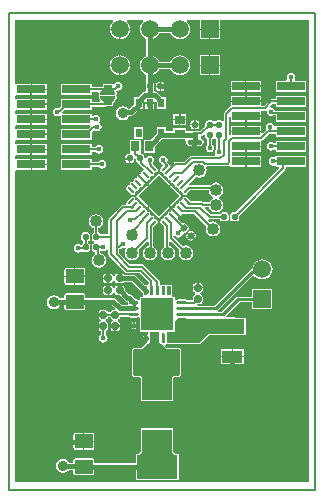
<source format=gtl>
G04*
G04 #@! TF.GenerationSoftware,Altium Limited,Altium Designer,20.0.9 (164)*
G04*
G04 Layer_Physical_Order=1*
G04 Layer_Color=255*
%FSLAX25Y25*%
%MOIN*%
G70*
G01*
G75*
%ADD10C,0.00787*%
%ADD11R,0.11024X0.11024*%
%ADD12C,0.01181*%
%ADD13R,0.13780X0.07874*%
%ADD14R,0.09843X0.07480*%
G04:AMPARAMS|DCode=15|XSize=61.02mil|YSize=49.21mil|CornerRadius=3.69mil|HoleSize=0mil|Usage=FLASHONLY|Rotation=180.000|XOffset=0mil|YOffset=0mil|HoleType=Round|Shape=RoundedRectangle|*
%AMROUNDEDRECTD15*
21,1,0.06102,0.04183,0,0,180.0*
21,1,0.05364,0.04921,0,0,180.0*
1,1,0.00738,-0.02682,0.02092*
1,1,0.00738,0.02682,0.02092*
1,1,0.00738,0.02682,-0.02092*
1,1,0.00738,-0.02682,-0.02092*
%
%ADD15ROUNDEDRECTD15*%
G04:AMPARAMS|DCode=16|XSize=25.2mil|YSize=23.62mil|CornerRadius=5.91mil|HoleSize=0mil|Usage=FLASHONLY|Rotation=180.000|XOffset=0mil|YOffset=0mil|HoleType=Round|Shape=RoundedRectangle|*
%AMROUNDEDRECTD16*
21,1,0.02520,0.01181,0,0,180.0*
21,1,0.01339,0.02362,0,0,180.0*
1,1,0.01181,-0.00669,0.00591*
1,1,0.01181,0.00669,0.00591*
1,1,0.01181,0.00669,-0.00591*
1,1,0.01181,-0.00669,-0.00591*
%
%ADD16ROUNDEDRECTD16*%
%ADD17R,0.06693X0.04331*%
G04:AMPARAMS|DCode=18|XSize=25.2mil|YSize=23.62mil|CornerRadius=5.91mil|HoleSize=0mil|Usage=FLASHONLY|Rotation=90.000|XOffset=0mil|YOffset=0mil|HoleType=Round|Shape=RoundedRectangle|*
%AMROUNDEDRECTD18*
21,1,0.02520,0.01181,0,0,90.0*
21,1,0.01339,0.02362,0,0,90.0*
1,1,0.01181,0.00591,0.00669*
1,1,0.01181,0.00591,-0.00669*
1,1,0.01181,-0.00591,-0.00669*
1,1,0.01181,-0.00591,0.00669*
%
%ADD18ROUNDEDRECTD18*%
%ADD19P,0.13919X4X180.0*%
G04:AMPARAMS|DCode=20|XSize=7.87mil|YSize=29.53mil|CornerRadius=0mil|HoleSize=0mil|Usage=FLASHONLY|Rotation=135.000|XOffset=0mil|YOffset=0mil|HoleType=Round|Shape=Round|*
%AMOVALD20*
21,1,0.02165,0.00787,0.00000,0.00000,225.0*
1,1,0.00787,0.00766,0.00766*
1,1,0.00787,-0.00766,-0.00766*
%
%ADD20OVALD20*%

G04:AMPARAMS|DCode=21|XSize=7.87mil|YSize=29.53mil|CornerRadius=0mil|HoleSize=0mil|Usage=FLASHONLY|Rotation=225.000|XOffset=0mil|YOffset=0mil|HoleType=Round|Shape=Round|*
%AMOVALD21*
21,1,0.02165,0.00787,0.00000,0.00000,315.0*
1,1,0.00787,-0.00766,0.00766*
1,1,0.00787,0.00766,-0.00766*
%
%ADD21OVALD21*%

%ADD22C,0.04000*%
G04:AMPARAMS|DCode=23|XSize=20.47mil|YSize=22.05mil|CornerRadius=5.12mil|HoleSize=0mil|Usage=FLASHONLY|Rotation=0.000|XOffset=0mil|YOffset=0mil|HoleType=Round|Shape=RoundedRectangle|*
%AMROUNDEDRECTD23*
21,1,0.02047,0.01181,0,0,0.0*
21,1,0.01024,0.02205,0,0,0.0*
1,1,0.01024,0.00512,-0.00591*
1,1,0.01024,-0.00512,-0.00591*
1,1,0.01024,-0.00512,0.00591*
1,1,0.01024,0.00512,0.00591*
%
%ADD23ROUNDEDRECTD23*%
%ADD24R,0.09449X0.02992*%
%ADD25R,0.02500X0.02500*%
%ADD26R,0.02165X0.03150*%
G04:AMPARAMS|DCode=27|XSize=20.47mil|YSize=22.05mil|CornerRadius=5.12mil|HoleSize=0mil|Usage=FLASHONLY|Rotation=90.000|XOffset=0mil|YOffset=0mil|HoleType=Round|Shape=RoundedRectangle|*
%AMROUNDEDRECTD27*
21,1,0.02047,0.01181,0,0,90.0*
21,1,0.01024,0.02205,0,0,90.0*
1,1,0.01024,0.00591,0.00512*
1,1,0.01024,0.00591,-0.00512*
1,1,0.01024,-0.00591,-0.00512*
1,1,0.01024,-0.00591,0.00512*
%
%ADD27ROUNDEDRECTD27*%
%ADD28R,0.03543X0.02835*%
%ADD29R,0.02756X0.03347*%
G04:AMPARAMS|DCode=30|XSize=20.47mil|YSize=22.05mil|CornerRadius=5.12mil|HoleSize=0mil|Usage=FLASHONLY|Rotation=135.000|XOffset=0mil|YOffset=0mil|HoleType=Round|Shape=RoundedRectangle|*
%AMROUNDEDRECTD30*
21,1,0.02047,0.01181,0,0,135.0*
21,1,0.01024,0.02205,0,0,135.0*
1,1,0.01024,0.00056,0.00780*
1,1,0.01024,0.00780,0.00056*
1,1,0.01024,-0.00056,-0.00780*
1,1,0.01024,-0.00780,-0.00056*
%
%ADD30ROUNDEDRECTD30*%
%ADD57C,0.01575*%
%ADD58C,0.01500*%
%ADD59C,0.00984*%
%ADD60C,0.05906*%
%ADD61R,0.05906X0.05906*%
%ADD62R,0.05906X0.05906*%
%ADD63C,0.01772*%
%ADD64C,0.03543*%
%ADD65C,0.03150*%
%ADD66C,0.02598*%
G36*
X386000Y296000D02*
X288000D01*
Y399804D01*
X288376Y400104D01*
X288500Y400104D01*
X293300D01*
Y402000D01*
Y403896D01*
X288500D01*
X288376Y403896D01*
X288000Y404196D01*
Y404804D01*
X288376Y405104D01*
X288500Y405104D01*
X293300D01*
Y407000D01*
Y408896D01*
X288500D01*
X288376Y408896D01*
X288000Y409197D01*
Y409804D01*
X288376Y410104D01*
X288500Y410104D01*
X293300D01*
Y412000D01*
Y413896D01*
X288500D01*
X288376Y413896D01*
X288000Y414196D01*
Y414804D01*
X288376Y415104D01*
X288500Y415104D01*
X293300D01*
Y417000D01*
Y418896D01*
X288500D01*
X288376Y418896D01*
X288000Y419196D01*
Y419803D01*
X288376Y420104D01*
X288500Y420104D01*
X293300D01*
Y422000D01*
Y423896D01*
X288500D01*
X288376Y423896D01*
X288000Y424196D01*
Y424804D01*
X288376Y425104D01*
X288500Y425104D01*
X293300D01*
Y427000D01*
Y428896D01*
X288500D01*
X288376Y428896D01*
X288000Y429196D01*
Y450000D01*
X320581D01*
X320751Y449500D01*
X320609Y449391D01*
X320071Y448691D01*
X319734Y447875D01*
X319645Y447200D01*
X323000D01*
X326355D01*
X326266Y447875D01*
X325929Y448691D01*
X325391Y449391D01*
X325249Y449500D01*
X325419Y450000D01*
X330581D01*
X330751Y449500D01*
X330609Y449391D01*
X330071Y448691D01*
X329734Y447875D01*
X329618Y447000D01*
X329734Y446125D01*
X330071Y445309D01*
X330609Y444609D01*
X331309Y444071D01*
X331827Y443857D01*
Y438143D01*
X331309Y437929D01*
X330609Y437391D01*
X330071Y436691D01*
X329733Y435875D01*
X329618Y435000D01*
X329733Y434125D01*
X330071Y433309D01*
X330609Y432609D01*
X331309Y432071D01*
X331827Y431857D01*
Y429243D01*
X331629Y428946D01*
X331558Y428590D01*
Y427410D01*
X331629Y427054D01*
X331786Y426819D01*
X331652Y426319D01*
X331441D01*
X330992Y426229D01*
X330612Y425975D01*
X329938Y425302D01*
X329834Y425146D01*
X329084Y424396D01*
X327777D01*
Y422105D01*
X326236Y420564D01*
X325687D01*
X325638Y420638D01*
X324886Y421140D01*
X324000Y421316D01*
X323114Y421140D01*
X322362Y420638D01*
X321860Y419886D01*
X321684Y419000D01*
X321860Y418114D01*
X322362Y417362D01*
X323114Y416860D01*
X324000Y416684D01*
X324886Y416860D01*
X325638Y417362D01*
X326140Y418114D01*
X326161Y418218D01*
X326722D01*
X327170Y418308D01*
X327551Y418562D01*
X329435Y420446D01*
X330743D01*
Y422710D01*
X331064Y422973D01*
X331517Y422777D01*
Y422621D01*
X334483D01*
Y422664D01*
X334955Y422873D01*
X335258Y422634D01*
Y420446D01*
X338223D01*
Y424396D01*
X336916D01*
X336280Y425032D01*
X336176Y425187D01*
X335388Y425975D01*
X335008Y426229D01*
X334559Y426319D01*
X334348D01*
X334214Y426819D01*
X334371Y427054D01*
X334441Y427410D01*
Y428590D01*
X334371Y428946D01*
X334173Y429243D01*
Y431857D01*
X334691Y432071D01*
X335391Y432609D01*
X335929Y433309D01*
X336143Y433827D01*
X339857D01*
X340071Y433309D01*
X340609Y432609D01*
X341309Y432071D01*
X342125Y431734D01*
X343000Y431618D01*
X343875Y431734D01*
X344691Y432071D01*
X345391Y432609D01*
X345929Y433309D01*
X346266Y434125D01*
X346382Y435000D01*
X346266Y435875D01*
X345929Y436691D01*
X345391Y437391D01*
X344691Y437929D01*
X343875Y438266D01*
X343000Y438382D01*
X342125Y438266D01*
X341309Y437929D01*
X340609Y437391D01*
X340071Y436691D01*
X339857Y436172D01*
X336143D01*
X335929Y436691D01*
X335391Y437391D01*
X334691Y437929D01*
X334173Y438143D01*
Y443857D01*
X334691Y444071D01*
X335391Y444609D01*
X335929Y445309D01*
X336143Y445827D01*
X339857D01*
X340071Y445309D01*
X340609Y444609D01*
X341309Y444071D01*
X342125Y443734D01*
X343000Y443618D01*
X343875Y443734D01*
X344691Y444071D01*
X345391Y444609D01*
X345929Y445309D01*
X346266Y446125D01*
X346382Y447000D01*
X346266Y447875D01*
X345929Y448691D01*
X345391Y449391D01*
X345249Y449500D01*
X345419Y450000D01*
X349647D01*
Y447200D01*
X353000D01*
X356353D01*
Y450000D01*
X386000D01*
Y296000D01*
D02*
G37*
%LPC*%
G36*
X356353Y446800D02*
X353200D01*
Y443647D01*
X356353D01*
Y446800D01*
D02*
G37*
G36*
X352800D02*
X349647D01*
Y443647D01*
X352800D01*
Y446800D01*
D02*
G37*
G36*
X326355D02*
X323200D01*
Y443645D01*
X323875Y443734D01*
X324691Y444071D01*
X325391Y444609D01*
X325929Y445309D01*
X326266Y446125D01*
X326355Y446800D01*
D02*
G37*
G36*
X322800D02*
X319645D01*
X319734Y446125D01*
X320071Y445309D01*
X320609Y444609D01*
X321309Y444071D01*
X322125Y443734D01*
X322800Y443645D01*
Y446800D01*
D02*
G37*
G36*
X323200Y438355D02*
Y435200D01*
X326355D01*
X326266Y435875D01*
X325929Y436691D01*
X325391Y437391D01*
X324691Y437929D01*
X323875Y438266D01*
X323200Y438355D01*
D02*
G37*
G36*
X356353Y438353D02*
X353200D01*
Y435200D01*
X356353D01*
Y438353D01*
D02*
G37*
G36*
X352800D02*
X349647D01*
Y435200D01*
X352800D01*
Y438353D01*
D02*
G37*
G36*
X322800Y438355D02*
X322125Y438266D01*
X321309Y437929D01*
X320609Y437391D01*
X320071Y436691D01*
X319734Y435875D01*
X319645Y435200D01*
X322800D01*
Y438355D01*
D02*
G37*
G36*
X356353Y434800D02*
X353200D01*
Y431647D01*
X356353D01*
Y434800D01*
D02*
G37*
G36*
X352800D02*
X349647D01*
Y431647D01*
X352800D01*
Y434800D01*
D02*
G37*
G36*
X326355D02*
X323200D01*
Y431645D01*
X323875Y431734D01*
X324691Y432071D01*
X325391Y432609D01*
X325929Y433309D01*
X326266Y434125D01*
X326355Y434800D01*
D02*
G37*
G36*
X322800D02*
X319645D01*
X319734Y434125D01*
X320071Y433309D01*
X320609Y432609D01*
X321309Y432071D01*
X322125Y431734D01*
X322800Y431645D01*
Y434800D01*
D02*
G37*
G36*
X322500Y429413D02*
X321959Y429305D01*
X321501Y428999D01*
X321195Y428541D01*
X321150Y428317D01*
X320650Y428366D01*
Y428650D01*
X317350D01*
Y427809D01*
X313624D01*
Y428896D01*
X303376D01*
Y425104D01*
X313624D01*
Y426191D01*
X315810D01*
X316067Y425748D01*
Y425251D01*
X316171Y425000D01*
X316067Y424749D01*
Y424252D01*
X316100Y424172D01*
Y424086D01*
X316422Y423309D01*
X316236Y422916D01*
X316131Y422809D01*
X313624D01*
Y423896D01*
X303376D01*
Y421248D01*
X302776Y420648D01*
X302541Y420805D01*
X302000Y420913D01*
X301459Y420805D01*
X301001Y420499D01*
X300695Y420041D01*
X300587Y419500D01*
X300695Y418959D01*
X301001Y418501D01*
X301459Y418195D01*
X302000Y418087D01*
X302541Y418195D01*
X302876Y418418D01*
X303293Y418263D01*
X303376Y418197D01*
Y415104D01*
X312981D01*
X313188Y414604D01*
X312480Y413896D01*
X303376D01*
Y410104D01*
X313624D01*
Y412752D01*
X314092Y413219D01*
X314501Y413501D01*
X314959Y413195D01*
X315500Y413087D01*
X316041Y413195D01*
X316499Y413501D01*
X316805Y413959D01*
X316913Y414500D01*
X316805Y415041D01*
X316499Y415499D01*
X316306Y415628D01*
X316072Y415912D01*
X316178Y416269D01*
X316305Y416459D01*
X316413Y417000D01*
X316305Y417541D01*
X315999Y417999D01*
X315541Y418305D01*
X315000Y418413D01*
X314459Y418305D01*
X314124Y418082D01*
X313707Y418237D01*
X313624Y418303D01*
Y418896D01*
X304019D01*
X303812Y419396D01*
X304520Y420104D01*
X313624D01*
Y421191D01*
X318000D01*
X318000Y421191D01*
X318310Y421252D01*
X318456Y421350D01*
X320650D01*
Y422294D01*
X320722Y422323D01*
X321426Y423027D01*
X321459Y423106D01*
X321519Y423167D01*
X321900Y424086D01*
Y424172D01*
X321933Y424252D01*
Y424749D01*
X321829Y425000D01*
X321933Y425251D01*
Y425748D01*
X321900Y425828D01*
Y425914D01*
X321723Y426341D01*
X322057Y426675D01*
X322500Y426587D01*
X323041Y426695D01*
X323499Y427001D01*
X323805Y427459D01*
X323913Y428000D01*
X323805Y428541D01*
X323499Y428999D01*
X323041Y429305D01*
X322500Y429413D01*
D02*
G37*
G36*
X370124Y429896D02*
X365200D01*
Y428200D01*
X370124D01*
Y429896D01*
D02*
G37*
G36*
X364800D02*
X359876D01*
Y428200D01*
X364800D01*
Y429896D01*
D02*
G37*
G36*
X336976Y429520D02*
X336665D01*
Y428200D01*
X337906D01*
Y428590D01*
X337835Y428946D01*
X337634Y429248D01*
X337332Y429449D01*
X336976Y429520D01*
D02*
G37*
G36*
X336265D02*
X335953D01*
X335597Y429449D01*
X335295Y429248D01*
X335094Y428946D01*
X335023Y428590D01*
Y428200D01*
X336265D01*
Y429520D01*
D02*
G37*
G36*
X293700Y428896D02*
Y427200D01*
X298624D01*
Y428896D01*
X293700D01*
D02*
G37*
G36*
X337906Y427800D02*
X336665D01*
Y426480D01*
X336976D01*
X337332Y426551D01*
X337634Y426752D01*
X337835Y427054D01*
X337906Y427410D01*
Y427800D01*
D02*
G37*
G36*
X336265D02*
X335023D01*
Y427410D01*
X335094Y427054D01*
X335295Y426752D01*
X335597Y426551D01*
X335953Y426480D01*
X336265D01*
Y427800D01*
D02*
G37*
G36*
X380000Y432413D02*
X379459Y432305D01*
X379001Y431999D01*
X378695Y431541D01*
X378587Y431000D01*
X378695Y430459D01*
X378737Y430396D01*
X378470Y429896D01*
X374876D01*
Y426104D01*
X385124D01*
Y429896D01*
X381530D01*
X381263Y430396D01*
X381305Y430459D01*
X381413Y431000D01*
X381305Y431541D01*
X380999Y431999D01*
X380541Y432305D01*
X380000Y432413D01*
D02*
G37*
G36*
X370124Y427800D02*
X365200D01*
Y426104D01*
X370124D01*
Y427800D01*
D02*
G37*
G36*
X364800D02*
X359876D01*
Y426104D01*
X364800D01*
Y427800D01*
D02*
G37*
G36*
X298624Y426800D02*
X293700D01*
Y425104D01*
X298624D01*
Y426800D01*
D02*
G37*
G36*
X370124Y424896D02*
X365200D01*
Y423200D01*
X370124D01*
Y424896D01*
D02*
G37*
G36*
X364800D02*
X359876D01*
Y423200D01*
X364800D01*
Y424896D01*
D02*
G37*
G36*
X293700Y423896D02*
Y422200D01*
X298624D01*
Y423896D01*
X293700D01*
D02*
G37*
G36*
X378898Y424912D02*
X378819Y424896D01*
X374876D01*
Y423809D01*
X373517D01*
X373207Y423748D01*
X372944Y423572D01*
X372944Y423572D01*
X370892Y421520D01*
X370124D01*
Y422800D01*
X359876D01*
Y421336D01*
X359795Y421282D01*
X357917Y419404D01*
X357741Y419141D01*
X357680Y418832D01*
X357680Y418832D01*
Y416655D01*
X357458Y416525D01*
X357180Y416447D01*
X356946Y416603D01*
X356591Y416674D01*
X355410D01*
X355054Y416603D01*
X354752Y416401D01*
X354248D01*
X353946Y416603D01*
X353590Y416674D01*
X352410D01*
X352054Y416603D01*
X351752Y416401D01*
X351551Y416100D01*
X351480Y415744D01*
Y414935D01*
X349678Y413134D01*
X348953D01*
X348946Y413138D01*
X348590Y413209D01*
X347410D01*
X347054Y413138D01*
X346814Y412978D01*
X345172D01*
Y413955D01*
X340828D01*
Y412978D01*
X338223D01*
Y414553D01*
X335258D01*
Y412316D01*
X333015Y410073D01*
X331084D01*
Y405927D01*
X334640D01*
Y408275D01*
X336961Y410595D01*
X337035Y410581D01*
X337035Y410581D01*
X337433D01*
X337551Y410557D01*
X340828D01*
Y410321D01*
X344780D01*
X344862Y410265D01*
X345151Y409821D01*
X345087Y409500D01*
X345195Y408959D01*
X345501Y408501D01*
X345959Y408195D01*
X346500Y408087D01*
X347041Y408195D01*
X347182Y408289D01*
X348817D01*
X348959Y408195D01*
X349500Y408087D01*
X350041Y408195D01*
X350499Y408501D01*
X350805Y408959D01*
X350913Y409500D01*
X350805Y410041D01*
X350499Y410499D01*
X350041Y410805D01*
X349868Y411280D01*
X349966Y411516D01*
X350014D01*
X350014Y411516D01*
X350323Y411577D01*
X350586Y411753D01*
X350980Y412146D01*
X351480Y411939D01*
Y411256D01*
X351551Y410900D01*
X351752Y410599D01*
X352054Y410397D01*
X352191Y410370D01*
Y408626D01*
X352001Y408499D01*
X351695Y408041D01*
X351587Y407500D01*
X351695Y406959D01*
X352001Y406501D01*
X352459Y406195D01*
X353000Y406087D01*
X353541Y406195D01*
X353999Y406501D01*
X354305Y406959D01*
X354413Y407500D01*
X354305Y408041D01*
X353999Y408499D01*
X353809Y408626D01*
Y410370D01*
X353946Y410397D01*
X354248Y410599D01*
X354752D01*
X355054Y410397D01*
X355191Y410370D01*
Y407126D01*
X355001Y406999D01*
X354695Y406541D01*
X354587Y406000D01*
X354695Y405459D01*
X354807Y405290D01*
X354540Y404790D01*
X346802D01*
X346802Y404790D01*
X346492Y404729D01*
X346230Y404553D01*
X344486Y402809D01*
X341489D01*
X341489Y402809D01*
X341179Y402748D01*
X340917Y402572D01*
X339938Y401594D01*
X339794Y401614D01*
X339428Y401791D01*
X339392Y401971D01*
X339217Y402233D01*
X338680Y402771D01*
X338805Y402959D01*
X338913Y403500D01*
X338805Y404041D01*
X338499Y404499D01*
X338041Y404805D01*
X337500Y404913D01*
X336959Y404805D01*
X336501Y404499D01*
X336195Y404041D01*
X336087Y403500D01*
X336195Y402959D01*
X336501Y402501D01*
X336959Y402195D01*
X337025Y402181D01*
X337116Y402045D01*
X337500Y401661D01*
X336541Y400702D01*
X336366Y400440D01*
X336304Y400130D01*
X336366Y399820D01*
X336541Y399558D01*
X336804Y399382D01*
X337113Y399321D01*
X337158Y399330D01*
X337566Y398922D01*
X337557Y398877D01*
X337619Y398568D01*
X337794Y398305D01*
X338057Y398130D01*
X338366Y398068D01*
X338411Y398077D01*
X338819Y397669D01*
X338810Y397624D01*
X338871Y397315D01*
X339047Y397052D01*
X339309Y396877D01*
X339619Y396815D01*
X339664Y396824D01*
X340072Y396417D01*
X340062Y396372D01*
X340124Y396062D01*
X340300Y395800D01*
X340562Y395624D01*
X340872Y395563D01*
X340917Y395571D01*
X341324Y395164D01*
X341315Y395119D01*
X341377Y394809D01*
X341552Y394547D01*
X341815Y394371D01*
X342125Y394310D01*
X342169Y394319D01*
X342577Y393911D01*
X342568Y393866D01*
X342630Y393557D01*
X342805Y393294D01*
X343068Y393119D01*
X343377Y393057D01*
X343422Y393066D01*
X343830Y392658D01*
X343821Y392614D01*
X343882Y392304D01*
X344058Y392041D01*
X344320Y391866D01*
X344630Y391804D01*
X344940Y391866D01*
X345202Y392041D01*
X346496Y393335D01*
X352586D01*
X352739Y392564D01*
X353270Y391770D01*
X354028Y391263D01*
X354057Y391000D01*
X354028Y390737D01*
X353270Y390230D01*
X352739Y389436D01*
X352714Y389309D01*
X351047D01*
X350929Y389427D01*
X350666Y389603D01*
X350357Y389665D01*
X350357Y389665D01*
X346496D01*
X345202Y390959D01*
X344940Y391134D01*
X344630Y391196D01*
X344320Y391134D01*
X344058Y390959D01*
X343882Y390696D01*
X343821Y390387D01*
X343830Y390342D01*
X343422Y389934D01*
X343377Y389943D01*
X343068Y389881D01*
X342805Y389706D01*
X342630Y389443D01*
X342568Y389134D01*
X342577Y389089D01*
X342169Y388681D01*
X342125Y388690D01*
X341815Y388629D01*
X341552Y388453D01*
X341377Y388191D01*
X341315Y387881D01*
X341324Y387836D01*
X340917Y387428D01*
X340872Y387438D01*
X340562Y387376D01*
X340469Y387314D01*
X341779Y386004D01*
X343089Y384694D01*
X343151Y384787D01*
X343212Y385097D01*
X343203Y385142D01*
X343227Y385196D01*
X343611Y385549D01*
X343656Y385541D01*
X343656Y385541D01*
X347815D01*
X351811Y381544D01*
X351739Y381436D01*
X351553Y380500D01*
X351739Y379564D01*
X352270Y378770D01*
X353064Y378239D01*
X354000Y378053D01*
X354936Y378239D01*
X355730Y378770D01*
X356261Y379564D01*
X356447Y380500D01*
X356261Y381436D01*
X355730Y382230D01*
X354936Y382761D01*
X354000Y382947D01*
X353064Y382761D01*
X352956Y382689D01*
X352305Y383340D01*
X352587Y383752D01*
X352897Y383691D01*
X356370D01*
X356397Y383554D01*
X356598Y383252D01*
X356900Y383051D01*
X357256Y382980D01*
X358279D01*
X358635Y383051D01*
X358937Y383252D01*
X359138Y383554D01*
X359209Y383910D01*
Y385090D01*
X359138Y385446D01*
X358937Y385748D01*
X358635Y385949D01*
X358279Y386020D01*
X357256D01*
X356900Y385949D01*
X356598Y385748D01*
X356397Y385446D01*
X356370Y385309D01*
X353232D01*
X351312Y387229D01*
X351504Y387691D01*
X352714D01*
X352739Y387564D01*
X353270Y386770D01*
X354064Y386239D01*
X355000Y386053D01*
X355936Y386239D01*
X356730Y386770D01*
X357261Y387564D01*
X357447Y388500D01*
X357261Y389436D01*
X356730Y390230D01*
X355973Y390737D01*
X355943Y391000D01*
X355973Y391263D01*
X356730Y391770D01*
X357261Y392564D01*
X357447Y393500D01*
X357261Y394436D01*
X356730Y395230D01*
X355936Y395761D01*
X355000Y395947D01*
X354064Y395761D01*
X353270Y395230D01*
X353085Y394954D01*
X346317D01*
X346105Y395355D01*
X346094Y395438D01*
X348462Y397807D01*
X348564Y397739D01*
X349500Y397553D01*
X350436Y397739D01*
X351230Y398270D01*
X351761Y399064D01*
X351947Y400000D01*
X351766Y400911D01*
X351762Y400999D01*
X352018Y401411D01*
X359021D01*
X359021Y401411D01*
X359330Y401473D01*
X359376Y401503D01*
X359876Y401240D01*
Y401104D01*
X364800D01*
Y403000D01*
Y404896D01*
X360291D01*
Y406104D01*
X364800D01*
Y408000D01*
X365000D01*
Y408200D01*
X370124D01*
Y409444D01*
X370124Y409896D01*
X370363Y409963D01*
X370363Y409963D01*
X370625Y410138D01*
X372678Y412191D01*
X374876D01*
Y411104D01*
X385124D01*
Y414896D01*
X374876D01*
Y414737D01*
X374376Y414688D01*
X374305Y415041D01*
X373999Y415499D01*
X373541Y415805D01*
X373000Y415913D01*
X372459Y415805D01*
X372001Y415499D01*
X371695Y415041D01*
X371587Y414500D01*
X371695Y413959D01*
X371813Y413783D01*
X371771Y413572D01*
X371771Y413572D01*
X370586Y412388D01*
X370124Y412579D01*
Y412800D01*
X359876D01*
Y411741D01*
X359798Y411689D01*
X359298Y411956D01*
Y418119D01*
X359376Y418170D01*
X359876Y417903D01*
Y416104D01*
X364800D01*
Y418000D01*
X365000D01*
Y418200D01*
X370124D01*
Y419896D01*
X370622Y419901D01*
X371227D01*
X371227Y419901D01*
X371536Y419963D01*
X371690Y420065D01*
X372028Y419900D01*
X372143Y419780D01*
X372087Y419500D01*
X372195Y418959D01*
X372501Y418501D01*
X372959Y418195D01*
X373500Y418087D01*
X374041Y418195D01*
X374188Y418293D01*
X374876D01*
Y416104D01*
X385124D01*
Y419896D01*
X378976D01*
X378898Y419912D01*
X378898Y419912D01*
X374831D01*
X374805Y420041D01*
X374499Y420499D01*
X374041Y420805D01*
X373500Y420913D01*
X373227Y420859D01*
X372980Y421319D01*
X373852Y422191D01*
X374876D01*
Y421104D01*
X385124D01*
Y424896D01*
X378976D01*
X378898Y424912D01*
D02*
G37*
G36*
X334483Y422221D02*
X333200D01*
Y420446D01*
X334483D01*
Y422221D01*
D02*
G37*
G36*
X332800D02*
X331517D01*
Y420446D01*
X332800D01*
Y422221D01*
D02*
G37*
G36*
X298624Y421800D02*
X293700D01*
Y420104D01*
X298624D01*
Y421800D01*
D02*
G37*
G36*
X293700Y418896D02*
Y417200D01*
X298624D01*
Y418896D01*
X293700D01*
D02*
G37*
G36*
X345172Y418680D02*
X343200D01*
Y417062D01*
X345172D01*
Y418680D01*
D02*
G37*
G36*
X342800D02*
X340828D01*
Y417062D01*
X342800D01*
Y418680D01*
D02*
G37*
G36*
X370124Y417800D02*
X365200D01*
Y416104D01*
X370124D01*
Y417800D01*
D02*
G37*
G36*
X348590Y416674D02*
X348200D01*
Y415432D01*
X349520D01*
Y415744D01*
X349449Y416100D01*
X349248Y416401D01*
X348946Y416603D01*
X348590Y416674D01*
D02*
G37*
G36*
X347800D02*
X347410D01*
X347054Y416603D01*
X346752Y416401D01*
X346551Y416100D01*
X346480Y415744D01*
Y415432D01*
X347800D01*
Y416674D01*
D02*
G37*
G36*
X298624Y416800D02*
X293700D01*
Y415104D01*
X298624D01*
Y416800D01*
D02*
G37*
G36*
X345172Y416662D02*
X343200D01*
Y415045D01*
X345172D01*
Y416662D01*
D02*
G37*
G36*
X342800D02*
X340828D01*
Y415045D01*
X342800D01*
Y416662D01*
D02*
G37*
G36*
X349520Y415032D02*
X348200D01*
Y413791D01*
X348590D01*
X348946Y413862D01*
X349248Y414063D01*
X349449Y414365D01*
X349520Y414720D01*
Y415032D01*
D02*
G37*
G36*
X347800D02*
X346480D01*
Y414720D01*
X346551Y414365D01*
X346752Y414063D01*
X347054Y413862D01*
X347410Y413791D01*
X347800D01*
Y415032D01*
D02*
G37*
G36*
X370124Y414896D02*
X365200D01*
Y413200D01*
X370124D01*
Y414896D01*
D02*
G37*
G36*
X364800D02*
X359876D01*
Y413200D01*
X364800D01*
Y414896D01*
D02*
G37*
G36*
X293700Y413896D02*
Y412200D01*
X298624D01*
Y413896D01*
X293700D01*
D02*
G37*
G36*
X330743Y414554D02*
X327777D01*
Y410604D01*
X330743D01*
Y414554D01*
D02*
G37*
G36*
X298624Y411800D02*
X293700D01*
Y410104D01*
X298624D01*
Y411800D01*
D02*
G37*
G36*
X385124Y409896D02*
X374876D01*
Y409303D01*
X374793Y409237D01*
X374376Y409082D01*
X374041Y409305D01*
X373500Y409413D01*
X372959Y409305D01*
X372501Y408999D01*
X372195Y408541D01*
X372087Y408000D01*
X372195Y407459D01*
X372501Y407001D01*
X372959Y406695D01*
X373500Y406587D01*
X374041Y406695D01*
X374376Y406918D01*
X374793Y406763D01*
X374876Y406697D01*
Y406104D01*
X385124D01*
Y409896D01*
D02*
G37*
G36*
X293700Y408896D02*
Y407200D01*
X298624D01*
Y408896D01*
X293700D01*
D02*
G37*
G36*
X370124Y407800D02*
X365200D01*
Y406104D01*
X370124D01*
Y407800D01*
D02*
G37*
G36*
X313624Y408896D02*
X303376D01*
Y405104D01*
X313624D01*
Y406191D01*
X314874D01*
X315001Y406001D01*
X315459Y405695D01*
X316000Y405587D01*
X316541Y405695D01*
X316999Y406001D01*
X317305Y406459D01*
X317413Y407000D01*
X317305Y407541D01*
X316999Y407999D01*
X316541Y408305D01*
X316000Y408413D01*
X315459Y408305D01*
X315001Y407999D01*
X314874Y407809D01*
X313624D01*
Y408896D01*
D02*
G37*
G36*
X298624Y406800D02*
X293700D01*
Y405104D01*
X298624D01*
Y406800D01*
D02*
G37*
G36*
X385124Y404896D02*
X374876D01*
Y404637D01*
X374376Y404338D01*
X374000Y404413D01*
X373459Y404305D01*
X373001Y403999D01*
X372695Y403541D01*
X372587Y403000D01*
X372695Y402459D01*
X373001Y402001D01*
X373459Y401695D01*
X374000Y401587D01*
X374376Y401662D01*
X374876Y401363D01*
Y401104D01*
X375960D01*
X376151Y400642D01*
X361529Y386020D01*
X360720D01*
X360365Y385949D01*
X360063Y385748D01*
X359862Y385446D01*
X359791Y385090D01*
Y383910D01*
X359862Y383554D01*
X360063Y383252D01*
X360365Y383051D01*
X360720Y382980D01*
X361744D01*
X362100Y383051D01*
X362402Y383252D01*
X362603Y383554D01*
X362674Y383910D01*
Y384876D01*
X378010Y400212D01*
X378185Y400474D01*
X378247Y400784D01*
Y401104D01*
X385124D01*
Y404896D01*
D02*
G37*
G36*
X370124D02*
X365200D01*
Y403200D01*
X370124D01*
Y404896D01*
D02*
G37*
G36*
X326068Y403800D02*
X324826D01*
Y403409D01*
X324897Y403054D01*
X325098Y402752D01*
X325400Y402551D01*
X325756Y402480D01*
X326068D01*
Y403800D01*
D02*
G37*
G36*
X293700Y403896D02*
Y402200D01*
X298624D01*
Y403896D01*
X293700D01*
D02*
G37*
G36*
X370124Y402800D02*
X365200D01*
Y401104D01*
X370124D01*
Y402800D01*
D02*
G37*
G36*
X313624Y403896D02*
X303376D01*
Y400104D01*
X313624D01*
Y401191D01*
X315874D01*
X316001Y401001D01*
X316459Y400695D01*
X317000Y400587D01*
X317541Y400695D01*
X317999Y401001D01*
X318305Y401459D01*
X318413Y402000D01*
X318305Y402541D01*
X317999Y402999D01*
X317541Y403305D01*
X317000Y403413D01*
X316459Y403305D01*
X316001Y402999D01*
X315874Y402809D01*
X313624D01*
Y403896D01*
D02*
G37*
G36*
X298624Y401800D02*
X293700D01*
Y400104D01*
X298624D01*
Y401800D01*
D02*
G37*
G36*
X329916Y410073D02*
X326360D01*
Y405927D01*
X326134Y405520D01*
X325756D01*
X325400Y405449D01*
X325098Y405248D01*
X324897Y404946D01*
X324826Y404591D01*
Y404200D01*
X326268D01*
Y404000D01*
X326468D01*
Y402480D01*
X326780D01*
X327135Y402551D01*
X327437Y402752D01*
X327638Y403054D01*
X327709Y403409D01*
Y403658D01*
X328209Y403926D01*
X328291Y403871D01*
Y403409D01*
X328362Y403054D01*
X328563Y402752D01*
X328865Y402551D01*
X329194Y402485D01*
X329252Y402190D01*
X329428Y401928D01*
X329461Y401906D01*
X330917Y400449D01*
X330897Y400305D01*
X330720Y399939D01*
X330540Y399903D01*
X330278Y399728D01*
X330102Y399465D01*
X330041Y399156D01*
X330049Y399111D01*
X329642Y398703D01*
X329597Y398712D01*
X329287Y398651D01*
X329194Y398588D01*
X330504Y397279D01*
X331814Y395969D01*
X331876Y396062D01*
X331938Y396372D01*
X331928Y396417D01*
X332336Y396824D01*
X332381Y396815D01*
X332691Y396877D01*
X332953Y397052D01*
X333129Y397315D01*
X333190Y397624D01*
X333181Y397669D01*
X333589Y398077D01*
X333634Y398068D01*
X333943Y398130D01*
X334206Y398305D01*
X334381Y398568D01*
X334443Y398877D01*
X334434Y398922D01*
X334842Y399330D01*
X334887Y399321D01*
X335196Y399382D01*
X335459Y399558D01*
X335634Y399820D01*
X335696Y400130D01*
X335634Y400440D01*
X335459Y400702D01*
X334156Y402005D01*
X334017Y402445D01*
X334111Y402668D01*
X334305Y402959D01*
X334413Y403500D01*
X334305Y404041D01*
X333999Y404499D01*
X333541Y404805D01*
X333000Y404913D01*
X332459Y404805D01*
X332001Y404499D01*
X331695Y404041D01*
X331674Y403936D01*
X331174Y403985D01*
Y404591D01*
X331103Y404946D01*
X330902Y405248D01*
X330600Y405449D01*
X330244Y405520D01*
X330141D01*
X329916Y405927D01*
Y410073D01*
D02*
G37*
G36*
X328911Y398306D02*
X328849Y398213D01*
X328788Y397903D01*
X328797Y397858D01*
X328389Y397450D01*
X328344Y397460D01*
X328035Y397398D01*
X327772Y397222D01*
X327597Y396960D01*
X327535Y396650D01*
X327544Y396605D01*
X327136Y396198D01*
X327092Y396207D01*
X326782Y396145D01*
X326519Y395970D01*
X326344Y395707D01*
X326282Y395397D01*
X326291Y395353D01*
X325884Y394945D01*
X325839Y394954D01*
X325529Y394892D01*
X325267Y394717D01*
X325091Y394454D01*
X325030Y394145D01*
X325091Y393835D01*
X325267Y393572D01*
X326798Y392041D01*
X327060Y391866D01*
X327370Y391804D01*
X327680Y391866D01*
X327942Y392041D01*
X328118Y392304D01*
X328179Y392614D01*
X328170Y392658D01*
X328578Y393066D01*
X328623Y393057D01*
X328932Y393119D01*
X329195Y393294D01*
X329370Y393557D01*
X329432Y393866D01*
X329423Y393911D01*
X329831Y394319D01*
X329875Y394310D01*
X330185Y394371D01*
X330448Y394547D01*
X330623Y394809D01*
X330685Y395119D01*
X330676Y395164D01*
X331083Y395571D01*
X331128Y395563D01*
X331438Y395624D01*
X331531Y395686D01*
X330221Y396996D01*
X328911Y398306D01*
D02*
G37*
G36*
X336000Y399025D02*
X332379Y395404D01*
X336000Y391783D01*
X339621Y395404D01*
X336000Y399025D01*
D02*
G37*
G36*
X339904Y395121D02*
X336283Y391500D01*
X339904Y387879D01*
X343525Y391500D01*
X339904Y395121D01*
D02*
G37*
G36*
X332096D02*
X328475Y391500D01*
X332096Y387879D01*
X335717Y391500D01*
X332096Y395121D01*
D02*
G37*
G36*
X340186Y387031D02*
X340124Y386938D01*
X340062Y386628D01*
X340072Y386583D01*
X339664Y386176D01*
X339619Y386185D01*
X339309Y386123D01*
X339047Y385948D01*
X338871Y385685D01*
X338810Y385375D01*
X338819Y385331D01*
X338411Y384923D01*
X338366Y384932D01*
X338057Y384870D01*
X337794Y384695D01*
X337619Y384432D01*
X337557Y384123D01*
X337566Y384078D01*
X337158Y383670D01*
X337113Y383679D01*
X336804Y383618D01*
X336541Y383442D01*
X336366Y383180D01*
X336304Y382870D01*
X336366Y382560D01*
X336541Y382298D01*
X337835Y381004D01*
Y374608D01*
X337270Y374230D01*
X336739Y373436D01*
X336553Y372500D01*
X336739Y371564D01*
X337270Y370770D01*
X338064Y370239D01*
X339000Y370053D01*
X339936Y370239D01*
X340730Y370770D01*
X341261Y371564D01*
X341447Y372500D01*
X341261Y373436D01*
X340730Y374230D01*
X339936Y374761D01*
X339454Y374857D01*
Y376248D01*
X339916Y376440D01*
X342811Y373544D01*
X342739Y373436D01*
X342553Y372500D01*
X342739Y371564D01*
X343270Y370770D01*
X344064Y370239D01*
X345000Y370053D01*
X345936Y370239D01*
X346730Y370770D01*
X347261Y371564D01*
X347447Y372500D01*
X347261Y373436D01*
X346730Y374230D01*
X345936Y374761D01*
X345000Y374947D01*
X344064Y374761D01*
X343956Y374689D01*
X340768Y377876D01*
X340803Y378139D01*
X340813Y378147D01*
X341324Y378266D01*
X341501Y378001D01*
X341959Y377695D01*
X342500Y377587D01*
X343041Y377695D01*
X343499Y378001D01*
X343805Y378459D01*
X343830Y378583D01*
X344219Y379016D01*
X344575Y379086D01*
X344877Y379288D01*
X345712Y380123D01*
X345914Y380425D01*
X345984Y380781D01*
X345914Y381136D01*
X345712Y381438D01*
X344988Y382162D01*
X344687Y382363D01*
X344331Y382434D01*
X343975Y382363D01*
X343856Y382283D01*
X342336Y383803D01*
X342356Y383948D01*
X342532Y384314D01*
X342713Y384349D01*
X342806Y384412D01*
X341496Y385721D01*
X340186Y387031D01*
D02*
G37*
G36*
X336000Y391217D02*
X332379Y387596D01*
X336000Y383975D01*
X339621Y387596D01*
X336000Y391217D01*
D02*
G37*
G36*
X327370Y391196D02*
X327060Y391134D01*
X326798Y390959D01*
X325267Y389427D01*
X325091Y389165D01*
X325030Y388855D01*
X324595Y388477D01*
X324168D01*
X323858Y388416D01*
X323596Y388240D01*
X323596Y388240D01*
X319428Y384072D01*
X319252Y383810D01*
X319191Y383500D01*
X319191Y383500D01*
Y378663D01*
X316484D01*
X316457Y378800D01*
X316255Y379101D01*
X315953Y379303D01*
X315852Y379323D01*
Y380722D01*
X315936Y380739D01*
X316730Y381270D01*
X317261Y382064D01*
X317447Y383000D01*
X317261Y383936D01*
X316730Y384730D01*
X315936Y385261D01*
X315000Y385447D01*
X314064Y385261D01*
X313270Y384730D01*
X312739Y383936D01*
X312553Y383000D01*
X312739Y382064D01*
X313270Y381270D01*
X314064Y380739D01*
X314234Y380705D01*
Y379306D01*
X314218Y379303D01*
X313917Y379101D01*
X313715Y378800D01*
X313644Y378444D01*
Y377263D01*
X313715Y376907D01*
X313917Y376606D01*
X314218Y376404D01*
X314448Y376359D01*
Y375849D01*
X314218Y375803D01*
X313917Y375602D01*
X313715Y375300D01*
X313644Y374944D01*
Y373763D01*
X313715Y373407D01*
X313917Y373106D01*
X314218Y372904D01*
X314574Y372833D01*
X314734D01*
Y372040D01*
X314270Y371730D01*
X313739Y370936D01*
X313553Y370000D01*
X313739Y369064D01*
X314270Y368270D01*
X315064Y367739D01*
X316000Y367553D01*
X316936Y367739D01*
X317730Y368270D01*
X318261Y369064D01*
X318447Y370000D01*
X318261Y370936D01*
X317730Y371730D01*
X316936Y372261D01*
X316352Y372377D01*
Y372999D01*
X316787Y373241D01*
X316891Y373238D01*
X316898Y373236D01*
X316959Y373195D01*
X317500Y373087D01*
X318041Y373195D01*
X318499Y373501D01*
X318691Y373788D01*
X319191Y373636D01*
Y372000D01*
X319191Y372000D01*
X319252Y371690D01*
X319428Y371428D01*
X324928Y365928D01*
X324928Y365928D01*
X325190Y365752D01*
X325500Y365691D01*
X329665D01*
X332647Y362709D01*
Y362219D01*
X332154Y361882D01*
X332147Y361882D01*
X331213Y361882D01*
X328266Y364829D01*
X327886Y365083D01*
X327437Y365173D01*
X324361D01*
X324273Y365305D01*
X323945Y365524D01*
X323559Y365600D01*
X322220D01*
X321834Y365524D01*
X321506Y365305D01*
X321287Y364977D01*
X321255Y364814D01*
X320745D01*
X320713Y364977D01*
X320494Y365305D01*
X320166Y365524D01*
X319779Y365600D01*
X319310D01*
Y364000D01*
Y362400D01*
X319779D01*
X320166Y362476D01*
X320494Y362695D01*
X320713Y363023D01*
X320745Y363186D01*
X321255D01*
X321287Y363023D01*
X321506Y362695D01*
X321834Y362476D01*
X322220Y362400D01*
X323559D01*
X323945Y362476D01*
X324273Y362695D01*
X324361Y362827D01*
X326951D01*
X330539Y359239D01*
Y358890D01*
X330551Y358862D01*
X330543Y358833D01*
X330563Y358680D01*
X330592Y358630D01*
X330593Y358571D01*
X330652Y358429D01*
X330668Y358412D01*
X330663Y358329D01*
X330560Y358130D01*
X330399Y357912D01*
X329588D01*
Y357101D01*
X329370Y356940D01*
X329171Y356837D01*
X329088Y356832D01*
X329071Y356848D01*
X328929Y356907D01*
X328870D01*
X328820Y356937D01*
X328667Y356957D01*
X328638Y356949D01*
X328610Y356961D01*
X328261D01*
X326944Y358277D01*
X326564Y358531D01*
X326115Y358620D01*
X326007D01*
X324569Y360058D01*
Y360591D01*
X324492Y360977D01*
X324273Y361305D01*
X323945Y361524D01*
X323559Y361600D01*
X322220D01*
X321834Y361524D01*
X321506Y361305D01*
X321287Y360977D01*
X321255Y360814D01*
X320745D01*
X320713Y360977D01*
X320494Y361305D01*
X320166Y361524D01*
X319779Y361600D01*
X319310D01*
Y360000D01*
Y358400D01*
X319779D01*
X320166Y358476D01*
X320494Y358695D01*
X320713Y359023D01*
X320745Y359186D01*
X321255D01*
X321287Y359023D01*
X321506Y358695D01*
X321834Y358476D01*
X322220Y358400D01*
X322911D01*
X324692Y356618D01*
X325072Y356364D01*
X325521Y356275D01*
X325618D01*
Y355346D01*
X325481Y355141D01*
X323628D01*
X321673Y357097D01*
X321292Y357351D01*
X320843Y357440D01*
X311466D01*
Y358359D01*
X311407Y358659D01*
X311237Y358914D01*
X310982Y359084D01*
X310682Y359143D01*
X305318D01*
X305018Y359084D01*
X304763Y358914D01*
X304593Y358659D01*
X304534Y358359D01*
Y357306D01*
X302859D01*
X302638Y357638D01*
X301886Y358140D01*
X301000Y358316D01*
X300114Y358140D01*
X299362Y357638D01*
X298860Y356886D01*
X298684Y356000D01*
X298860Y355114D01*
X299362Y354362D01*
X300114Y353860D01*
X301000Y353684D01*
X301886Y353860D01*
X302638Y354362D01*
X303038Y354961D01*
X304534D01*
Y354176D01*
X304593Y353876D01*
X304763Y353622D01*
X305018Y353452D01*
X305318Y353392D01*
X310682D01*
X310982Y353452D01*
X311237Y353622D01*
X311407Y353876D01*
X311466Y354176D01*
Y355095D01*
X320358D01*
X321422Y354031D01*
X321231Y353569D01*
X320910D01*
X320523Y353492D01*
X320195Y353273D01*
X319976Y352945D01*
X319927Y352699D01*
X319073D01*
X319024Y352945D01*
X318805Y353273D01*
X318477Y353492D01*
X318091Y353569D01*
X316910D01*
X316523Y353492D01*
X316195Y353273D01*
X315976Y352945D01*
X315899Y352559D01*
Y351220D01*
X315976Y350834D01*
X316195Y350506D01*
X316523Y350287D01*
X316686Y350255D01*
Y349745D01*
X316523Y349713D01*
X316195Y349494D01*
X315976Y349166D01*
X315899Y348780D01*
Y347441D01*
X315976Y347055D01*
X316195Y346727D01*
X316523Y346508D01*
X316691Y346475D01*
Y345126D01*
X316501Y344999D01*
X316195Y344541D01*
X316087Y344000D01*
X316195Y343459D01*
X316501Y343001D01*
X316959Y342695D01*
X317500Y342587D01*
X318041Y342695D01*
X318499Y343001D01*
X318805Y343459D01*
X318913Y344000D01*
X318805Y344541D01*
X318499Y344999D01*
X318309Y345126D01*
Y346475D01*
X318477Y346508D01*
X318805Y346727D01*
X319024Y347055D01*
X319100Y347441D01*
Y348780D01*
X319024Y349166D01*
X318805Y349494D01*
X318477Y349713D01*
X318314Y349745D01*
Y350255D01*
X318477Y350287D01*
X318805Y350506D01*
X319024Y350834D01*
X319073Y351080D01*
X319927D01*
X319976Y350834D01*
X320195Y350506D01*
X320523Y350287D01*
X320686Y350255D01*
Y349745D01*
X320523Y349713D01*
X320195Y349494D01*
X319976Y349166D01*
X319900Y348780D01*
Y348310D01*
X321500D01*
X323100D01*
Y348780D01*
X323024Y349166D01*
X322805Y349494D01*
X322477Y349713D01*
X322314Y349745D01*
Y350255D01*
X322477Y350287D01*
X322805Y350506D01*
X323024Y350834D01*
X323084Y351136D01*
X325732D01*
X325745Y351103D01*
X326051Y350976D01*
X326465D01*
X326654Y350622D01*
X328546D01*
X328557Y350684D01*
X328775Y350994D01*
X328820Y351000D01*
X328870Y351030D01*
X328929D01*
X329071Y351089D01*
X329088Y351106D01*
X329171Y351100D01*
X329370Y350997D01*
X329588Y350836D01*
Y346088D01*
X332508D01*
Y345287D01*
X332154Y345049D01*
Y342551D01*
X331936D01*
X331890Y342456D01*
X331814Y342424D01*
X330323Y340933D01*
X328000Y340933D01*
X327694Y340806D01*
X327194Y340306D01*
X327067Y340000D01*
Y332000D01*
X327194Y331694D01*
X327694Y331194D01*
X328000Y331067D01*
X329821D01*
X330179Y330709D01*
Y323021D01*
X340821D01*
Y330709D01*
X341179Y331067D01*
X342500D01*
X342806Y331194D01*
X343306Y331694D01*
X343433Y332000D01*
Y340000D01*
X343306Y340306D01*
X342806Y340806D01*
X342500Y340933D01*
X338708Y340933D01*
X338091Y341550D01*
X338232Y342054D01*
X338633Y342207D01*
X338846Y342118D01*
X349551D01*
X349857Y342245D01*
X352679Y345067D01*
X364500D01*
X364806Y345194D01*
X364933Y345500D01*
Y350500D01*
X364870Y350652D01*
X364807Y350806D01*
X364806Y350806D01*
X364806Y350806D01*
X364653Y350869D01*
X364501Y350933D01*
X358423Y350945D01*
X358316Y351102D01*
X358231Y351445D01*
X362877Y356090D01*
X367147D01*
Y353647D01*
X373853D01*
Y360353D01*
X367147D01*
Y357910D01*
X362500D01*
X362152Y357840D01*
X361857Y357643D01*
X357123Y352910D01*
X355890D01*
X355774Y353082D01*
X355696Y353410D01*
X367245Y364959D01*
X367867Y364923D01*
X368109Y364609D01*
X368809Y364071D01*
X369625Y363734D01*
X370500Y363618D01*
X371375Y363734D01*
X372191Y364071D01*
X372891Y364609D01*
X373429Y365309D01*
X373766Y366125D01*
X373882Y367000D01*
X373766Y367875D01*
X373429Y368691D01*
X372891Y369391D01*
X372191Y369929D01*
X371375Y370266D01*
X370500Y370382D01*
X369625Y370266D01*
X368809Y369929D01*
X368109Y369391D01*
X367571Y368691D01*
X367234Y367875D01*
X367120Y367012D01*
X367102D01*
X366754Y366943D01*
X366459Y366746D01*
X354592Y354878D01*
X349099D01*
X348841Y355378D01*
X348878Y355431D01*
X349590D01*
X349977Y355508D01*
X350305Y355727D01*
X350524Y356054D01*
X350601Y356441D01*
Y357780D01*
X350524Y358166D01*
X350305Y358494D01*
X349977Y358713D01*
X349814Y358745D01*
Y359255D01*
X349977Y359287D01*
X350305Y359506D01*
X350524Y359834D01*
X350601Y360221D01*
Y360690D01*
X349000D01*
X347399D01*
Y360221D01*
X347476Y359834D01*
X347695Y359506D01*
X348023Y359287D01*
X348186Y359255D01*
Y358745D01*
X348023Y358713D01*
X347695Y358494D01*
X347476Y358166D01*
X347399Y357780D01*
Y356746D01*
X345291D01*
X345255Y356834D01*
X344949Y356961D01*
X342390D01*
X342362Y356949D01*
X342333Y356957D01*
X342180Y356937D01*
X342130Y356907D01*
X342071D01*
X341929Y356848D01*
X341912Y356832D01*
X341829Y356837D01*
X341630Y356940D01*
X341412Y357101D01*
Y357912D01*
X340601D01*
X340440Y358130D01*
X340337Y358329D01*
X340332Y358412D01*
X340348Y358429D01*
X340407Y358571D01*
X340407Y358630D01*
X340437Y358680D01*
X340457Y358833D01*
X340449Y358862D01*
X340460Y358890D01*
Y361449D01*
X340334Y361755D01*
X340028Y361882D01*
X338846Y361882D01*
X338365Y361755D01*
X338059Y361882D01*
X336878D01*
X336797Y361860D01*
X336309Y362146D01*
Y362679D01*
X336248Y362989D01*
X336072Y363251D01*
X336072Y363251D01*
X330874Y368449D01*
X330612Y368625D01*
X330302Y368687D01*
X330302Y368687D01*
X326458D01*
X322809Y372335D01*
Y373706D01*
X323043Y373752D01*
X323306Y373928D01*
X323554Y374176D01*
X324000Y374087D01*
X324541Y374195D01*
X324728Y374320D01*
X325089Y373959D01*
X324739Y373436D01*
X324553Y372500D01*
X324739Y371564D01*
X325270Y370770D01*
X326064Y370239D01*
X327000Y370053D01*
X327936Y370239D01*
X328730Y370770D01*
X329261Y371564D01*
X329447Y372500D01*
X329261Y373436D01*
X329189Y373544D01*
X332084Y376440D01*
X332546Y376248D01*
Y374857D01*
X332064Y374761D01*
X331270Y374230D01*
X330739Y373436D01*
X330553Y372500D01*
X330739Y371564D01*
X331270Y370770D01*
X332064Y370239D01*
X333000Y370053D01*
X333936Y370239D01*
X334730Y370770D01*
X335261Y371564D01*
X335447Y372500D01*
X335261Y373436D01*
X334730Y374230D01*
X334165Y374608D01*
Y381004D01*
X335459Y382298D01*
X335634Y382560D01*
X335696Y382870D01*
X335634Y383180D01*
X335459Y383442D01*
X335196Y383618D01*
X334887Y383679D01*
X334842Y383670D01*
X334434Y384078D01*
X334443Y384123D01*
X334381Y384432D01*
X334206Y384695D01*
X333943Y384870D01*
X333634Y384932D01*
X333589Y384923D01*
X333181Y385331D01*
X333190Y385375D01*
X333129Y385685D01*
X332953Y385948D01*
X332691Y386123D01*
X332381Y386185D01*
X332336Y386176D01*
X331928Y386583D01*
X331938Y386628D01*
X331876Y386938D01*
X331700Y387200D01*
X331438Y387376D01*
X331128Y387438D01*
X331083Y387428D01*
X330676Y387836D01*
X330685Y387881D01*
X330623Y388191D01*
X330448Y388453D01*
X330185Y388629D01*
X329875Y388690D01*
X329831Y388681D01*
X329423Y389089D01*
X329432Y389134D01*
X329370Y389443D01*
X329195Y389706D01*
X328932Y389881D01*
X328623Y389943D01*
X328578Y389934D01*
X328170Y390342D01*
X328179Y390387D01*
X328118Y390696D01*
X327942Y390959D01*
X327680Y391134D01*
X327370Y391196D01*
D02*
G37*
G36*
X346781Y379984D02*
X346425Y379913D01*
X346123Y379712D01*
X345847Y379436D01*
X346725Y378558D01*
X347658Y379491D01*
X347438Y379712D01*
X347136Y379913D01*
X346781Y379984D01*
D02*
G37*
G36*
X347941Y379209D02*
X347008Y378275D01*
X347886Y377397D01*
X348162Y377673D01*
X348363Y377975D01*
X348434Y378331D01*
X348363Y378686D01*
X348162Y378988D01*
X347941Y379209D01*
D02*
G37*
G36*
X345564Y379153D02*
X345288Y378877D01*
X345087Y378575D01*
X345016Y378219D01*
X345087Y377864D01*
X345288Y377562D01*
X345509Y377342D01*
X346442Y378275D01*
X345564Y379153D01*
D02*
G37*
G36*
X346725Y377992D02*
X345791Y377059D01*
X346012Y376838D01*
X346314Y376637D01*
X346669Y376566D01*
X347025Y376637D01*
X347327Y376838D01*
X347603Y377114D01*
X346725Y377992D01*
D02*
G37*
G36*
X312133Y379374D02*
X311109D01*
X310754Y379303D01*
X310452Y379101D01*
X310251Y378800D01*
X310180Y378444D01*
Y377263D01*
X310251Y376907D01*
X310452Y376606D01*
X310754Y376404D01*
X310812Y376393D01*
Y375815D01*
X310754Y375803D01*
X310452Y375602D01*
X310302Y375377D01*
X310085Y375265D01*
X309718Y375187D01*
X309541Y375305D01*
X309000Y375413D01*
X308459Y375305D01*
X308001Y374999D01*
X307695Y374541D01*
X307587Y374000D01*
X307695Y373459D01*
X308001Y373001D01*
X308459Y372695D01*
X309000Y372587D01*
X309541Y372695D01*
X309945Y372965D01*
X310335Y373078D01*
X310452Y373106D01*
X310754Y372904D01*
X311109Y372833D01*
X312133D01*
X312489Y372904D01*
X312790Y373106D01*
X312992Y373407D01*
X313063Y373763D01*
Y374944D01*
X312992Y375300D01*
X312790Y375602D01*
X312489Y375803D01*
X312431Y375815D01*
Y376393D01*
X312489Y376404D01*
X312790Y376606D01*
X312992Y376907D01*
X313063Y377263D01*
Y378444D01*
X312992Y378800D01*
X312790Y379101D01*
X312489Y379303D01*
X312133Y379374D01*
D02*
G37*
G36*
X310682Y367608D02*
X308200D01*
Y364932D01*
X311466D01*
Y366824D01*
X311407Y367124D01*
X311237Y367378D01*
X310982Y367548D01*
X310682Y367608D01*
D02*
G37*
G36*
X307800D02*
X305318D01*
X305018Y367548D01*
X304763Y367378D01*
X304593Y367124D01*
X304534Y366824D01*
Y364932D01*
X307800D01*
Y367608D01*
D02*
G37*
G36*
X318910Y365600D02*
X318441D01*
X318055Y365524D01*
X317727Y365305D01*
X317508Y364977D01*
X317431Y364591D01*
Y364200D01*
X318910D01*
Y365600D01*
D02*
G37*
G36*
Y363800D02*
X317431D01*
Y363409D01*
X317508Y363023D01*
X317727Y362695D01*
X318055Y362476D01*
X318441Y362400D01*
X318910D01*
Y363800D01*
D02*
G37*
G36*
X311466Y364532D02*
X308200D01*
Y361857D01*
X310682D01*
X310982Y361916D01*
X311237Y362086D01*
X311407Y362341D01*
X311466Y362641D01*
Y364532D01*
D02*
G37*
G36*
X307800D02*
X304534D01*
Y362641D01*
X304593Y362341D01*
X304763Y362086D01*
X305018Y361916D01*
X305318Y361857D01*
X307800D01*
Y364532D01*
D02*
G37*
G36*
X349590Y362569D02*
X349200D01*
Y361090D01*
X350601D01*
Y361559D01*
X350524Y361946D01*
X350305Y362273D01*
X349977Y362492D01*
X349590Y362569D01*
D02*
G37*
G36*
X348800D02*
X348410D01*
X348023Y362492D01*
X347695Y362273D01*
X347476Y361946D01*
X347399Y361559D01*
Y361090D01*
X348800D01*
Y362569D01*
D02*
G37*
G36*
X318910Y361600D02*
X318441D01*
X318055Y361524D01*
X317727Y361305D01*
X317508Y360977D01*
X317431Y360591D01*
Y360200D01*
X318910D01*
Y361600D01*
D02*
G37*
G36*
Y359800D02*
X317431D01*
Y359409D01*
X317508Y359023D01*
X317727Y358695D01*
X318055Y358476D01*
X318441Y358400D01*
X318910D01*
Y359800D01*
D02*
G37*
G36*
X328423Y349441D02*
X326829D01*
X326912Y349317D01*
Y348777D01*
X326829Y348654D01*
X328423D01*
X328340Y348777D01*
Y349317D01*
X328423Y349441D01*
D02*
G37*
G36*
Y347472D02*
X327826D01*
Y347093D01*
X328012Y347130D01*
X328340Y347349D01*
X328423Y347472D01*
D02*
G37*
G36*
X327426D02*
X326829D01*
X326912Y347349D01*
X327239Y347130D01*
X327426Y347093D01*
Y347472D01*
D02*
G37*
G36*
X323100Y347910D02*
X321700D01*
Y346431D01*
X322091D01*
X322477Y346508D01*
X322805Y346727D01*
X323024Y347055D01*
X323100Y347441D01*
Y347910D01*
D02*
G37*
G36*
X321300D02*
X319900D01*
Y347441D01*
X319976Y347055D01*
X320195Y346727D01*
X320523Y346508D01*
X320910Y346431D01*
X321300D01*
Y347910D01*
D02*
G37*
G36*
X330972Y344923D02*
X330849Y344840D01*
X330630Y344513D01*
X330593Y344326D01*
X330972D01*
Y344923D01*
D02*
G37*
G36*
Y343926D02*
X330593D01*
X330630Y343740D01*
X330849Y343412D01*
X330972Y343329D01*
Y343926D01*
D02*
G37*
G36*
X364247Y340447D02*
X360700D01*
Y338082D01*
X364247D01*
Y340447D01*
D02*
G37*
G36*
X360300D02*
X356753D01*
Y338082D01*
X360300D01*
Y340447D01*
D02*
G37*
G36*
X364247Y337682D02*
X360700D01*
Y335316D01*
X364247D01*
Y337682D01*
D02*
G37*
G36*
X360300D02*
X356753D01*
Y335316D01*
X360300D01*
Y337682D01*
D02*
G37*
G36*
X313682Y312608D02*
X311200D01*
Y309932D01*
X314466D01*
Y311824D01*
X314407Y312124D01*
X314237Y312378D01*
X313982Y312548D01*
X313682Y312608D01*
D02*
G37*
G36*
X310800D02*
X308318D01*
X308018Y312548D01*
X307763Y312378D01*
X307593Y312124D01*
X307534Y311824D01*
Y309932D01*
X310800D01*
Y312608D01*
D02*
G37*
G36*
X314466Y309532D02*
X311200D01*
Y306857D01*
X313682D01*
X313982Y306916D01*
X314237Y307086D01*
X314407Y307341D01*
X314466Y307641D01*
Y309532D01*
D02*
G37*
G36*
X310800D02*
X307534D01*
Y307641D01*
X307593Y307341D01*
X307763Y307086D01*
X308018Y306916D01*
X308318Y306857D01*
X310800D01*
Y309532D01*
D02*
G37*
G36*
X340821Y313979D02*
X330179D01*
Y306291D01*
X329225Y305337D01*
X328210D01*
Y302478D01*
X314466D01*
Y303359D01*
X314407Y303659D01*
X314237Y303914D01*
X313982Y304084D01*
X313682Y304143D01*
X308318D01*
X308018Y304084D01*
X307763Y303914D01*
X307593Y303659D01*
X307534Y303359D01*
Y302556D01*
X306026D01*
X305638Y303138D01*
X304886Y303640D01*
X304000Y303816D01*
X303114Y303640D01*
X302362Y303138D01*
X301860Y302386D01*
X301684Y301500D01*
X301860Y300614D01*
X302362Y299862D01*
X303114Y299360D01*
X304000Y299184D01*
X304886Y299360D01*
X305638Y299862D01*
X305871Y300211D01*
X307534D01*
Y299176D01*
X307593Y298876D01*
X307763Y298622D01*
X308018Y298452D01*
X308318Y298392D01*
X313682D01*
X313982Y298452D01*
X314237Y298622D01*
X314407Y298876D01*
X314466Y299176D01*
Y300057D01*
X328210D01*
Y296663D01*
X342790D01*
Y305337D01*
X341775D01*
X340821Y306291D01*
Y313979D01*
D02*
G37*
%LPD*%
G36*
X320416Y427370D02*
X321119Y426667D01*
X321500Y425748D01*
Y425251D01*
X316500D01*
Y425748D01*
X316881Y426667D01*
X317584Y427370D01*
X318503Y427751D01*
X319497D01*
X320416Y427370D01*
D02*
G37*
G36*
X321500Y424252D02*
X321119Y423333D01*
X320416Y422630D01*
X319497Y422249D01*
X318503D01*
X317584Y422630D01*
X316881Y423333D01*
X316500Y424252D01*
Y424749D01*
X321500D01*
Y424252D01*
D02*
G37*
G36*
X338059Y358890D02*
X338039Y358737D01*
X337980Y358594D01*
X337886Y358472D01*
X337764Y358378D01*
X337621Y358319D01*
X337469Y358299D01*
X337316Y358319D01*
X337173Y358378D01*
X337051Y358472D01*
X336957Y358594D01*
X336898Y358737D01*
X336878Y358890D01*
Y361449D01*
X338059D01*
Y358890D01*
D02*
G37*
G36*
X336090D02*
X336070Y358737D01*
X336011Y358594D01*
X335918Y358472D01*
X335795Y358378D01*
X335653Y358319D01*
X335500Y358299D01*
X335347Y358319D01*
X335205Y358378D01*
X335082Y358472D01*
X334989Y358594D01*
X334930Y358737D01*
X334910Y358890D01*
Y361449D01*
X336090D01*
Y358890D01*
D02*
G37*
G36*
X334122D02*
X334102Y358737D01*
X334043Y358594D01*
X333949Y358472D01*
X333827Y358378D01*
X333684Y358319D01*
X333531Y358299D01*
X333379Y358319D01*
X333236Y358378D01*
X333114Y358472D01*
X333020Y358594D01*
X332961Y358737D01*
X332941Y358890D01*
Y361449D01*
X334122D01*
Y358890D01*
D02*
G37*
G36*
X340028D02*
X340007Y358737D01*
X339948Y358594D01*
X339855Y358472D01*
X339732Y358378D01*
X339590Y358319D01*
X339437Y358299D01*
X339284Y358319D01*
X339142Y358378D01*
X339019Y358472D01*
X338926Y358594D01*
X338867Y358737D01*
X338846Y358890D01*
Y361449D01*
X340028Y361449D01*
Y358890D01*
D02*
G37*
G36*
X332154Y361449D02*
Y358890D01*
X332133Y358737D01*
X332074Y358594D01*
X331981Y358472D01*
X331858Y358378D01*
X331716Y358319D01*
X331563Y358299D01*
X331410Y358319D01*
X331268Y358378D01*
X331145Y358472D01*
X331052Y358594D01*
X330993Y358737D01*
X330972Y358890D01*
Y361449D01*
X332154Y361449D01*
D02*
G37*
G36*
X344949Y355346D02*
X342390D01*
X342237Y355367D01*
X342094Y355426D01*
X341972Y355519D01*
X341878Y355642D01*
X341819Y355784D01*
X341799Y355937D01*
X341819Y356090D01*
X341878Y356232D01*
X341972Y356355D01*
X342094Y356448D01*
X342237Y356507D01*
X342390Y356528D01*
X344949D01*
Y355346D01*
D02*
G37*
G36*
X328610Y356528D02*
X328763Y356507D01*
X328906Y356448D01*
X329028Y356355D01*
X329122Y356232D01*
X329181Y356090D01*
X329201Y355937D01*
X329181Y355784D01*
X329122Y355642D01*
X329028Y355519D01*
X328906Y355426D01*
X328763Y355367D01*
X328610Y355346D01*
X326051D01*
Y356528D01*
X328610Y356528D01*
D02*
G37*
G36*
X344949Y353378D02*
X342390D01*
X342237Y353398D01*
X342094Y353457D01*
X341972Y353551D01*
X341878Y353673D01*
X341819Y353816D01*
X341799Y353969D01*
X341819Y354121D01*
X341878Y354264D01*
X341972Y354386D01*
X342094Y354480D01*
X342237Y354539D01*
X342390Y354559D01*
X344949D01*
Y353378D01*
D02*
G37*
G36*
X328763Y354539D02*
X328906Y354480D01*
X329028Y354386D01*
X329122Y354264D01*
X329181Y354121D01*
X329201Y353969D01*
X329181Y353816D01*
X329122Y353673D01*
X329028Y353551D01*
X328906Y353457D01*
X328763Y353398D01*
X328610Y353378D01*
X326051Y353378D01*
Y354559D01*
X328610D01*
X328763Y354539D01*
D02*
G37*
G36*
X344949Y351410D02*
X342390D01*
X342237Y351430D01*
X342094Y351489D01*
X341972Y351582D01*
X341878Y351705D01*
X341819Y351847D01*
X341799Y352000D01*
X341819Y352153D01*
X341878Y352295D01*
X341972Y352418D01*
X342094Y352511D01*
X342237Y352570D01*
X342390Y352590D01*
X344949D01*
Y351410D01*
D02*
G37*
G36*
X328763Y352570D02*
X328906Y352511D01*
X329028Y352418D01*
X329122Y352295D01*
X329181Y352153D01*
X329201Y352000D01*
X329181Y351847D01*
X329122Y351705D01*
X329028Y351582D01*
X328906Y351489D01*
X328763Y351430D01*
X328610Y351410D01*
X326051Y351410D01*
Y352590D01*
X328610D01*
X328763Y352570D01*
D02*
G37*
G36*
X337621Y345681D02*
X337764Y345622D01*
X337886Y345528D01*
X337980Y345406D01*
X338039Y345263D01*
X338059Y345110D01*
Y342551D01*
X336878D01*
Y345110D01*
X336898Y345263D01*
X336957Y345406D01*
X337051Y345528D01*
X337173Y345622D01*
X337316Y345681D01*
X337469Y345701D01*
X337621Y345681D01*
D02*
G37*
G36*
X344949Y350537D02*
X364500Y350500D01*
Y345500D01*
X352500D01*
X349551Y342551D01*
X338846D01*
Y345110D01*
Y346088D01*
X341412D01*
Y349860D01*
X341878Y350327D01*
X341972Y350449D01*
X342094Y350543D01*
X342237Y350602D01*
X342390Y350622D01*
X344949D01*
Y350537D01*
D02*
G37*
G36*
X336090Y345110D02*
Y345110D01*
Y342939D01*
X336445Y342584D01*
Y342551D01*
X336572Y342245D01*
X336878Y342118D01*
X336911D01*
X338529Y340500D01*
X342500Y340500D01*
X343000Y340000D01*
Y332000D01*
X342500Y331500D01*
X341000D01*
X339500Y330000D01*
X331500D01*
X330000Y331500D01*
X328000D01*
X327500Y332000D01*
Y340000D01*
X328000Y340500D01*
X330502Y340500D01*
X332121Y342118D01*
X332154D01*
X332460Y342245D01*
X332587Y342551D01*
Y342584D01*
X332941Y342939D01*
Y345110D01*
Y346088D01*
X336090D01*
Y345110D01*
D02*
G37*
G36*
X342000Y304500D02*
X329000D01*
X331500Y307000D01*
X339500D01*
X342000Y304500D01*
D02*
G37*
D10*
X341489Y402000D02*
X344821D01*
X371227Y420710D02*
X373517Y423000D01*
X360367Y420710D02*
X371227D01*
X373517Y423000D02*
X380000D01*
X358489Y418832D02*
X360367Y420710D01*
X358489Y410489D02*
Y418832D01*
X357780Y409780D02*
X358489Y410489D01*
X356498Y403981D02*
X357780Y405263D01*
Y409780D01*
X344821Y402000D02*
X346802Y403981D01*
X356498D01*
X356000Y406000D02*
Y411768D01*
X305272Y422000D02*
X308500D01*
X302960Y419688D02*
X305272Y422000D01*
X302188Y419688D02*
X302960D01*
X302000Y419500D02*
X302188Y419688D01*
X308500Y417000D02*
X315000D01*
X378898Y424102D02*
X380000Y423000D01*
X378898Y419102D02*
X380000Y418000D01*
X374164Y419102D02*
X378898D01*
X373766Y419500D02*
X374164Y419102D01*
X373500Y419500D02*
X373766D01*
X339132Y399643D02*
X341489Y402000D01*
X347294Y402794D02*
X350657D01*
X340385Y398390D02*
X341150Y399156D01*
X341237Y399069D01*
X341890D01*
X341911Y399090D01*
X337688Y402618D02*
X338645Y401661D01*
X337879Y400896D02*
X338645Y401661D01*
X337688Y402618D02*
Y403312D01*
X337500Y403500D02*
X337688Y403312D01*
X373000Y413000D02*
X380000D01*
X372343D02*
X373000D01*
X308500Y412000D02*
X311728D01*
X314040Y414312D01*
X315312D01*
X315500Y414500D01*
X373000Y413000D02*
Y414500D01*
X333000Y402016D02*
X334121Y400896D01*
X333000Y402016D02*
Y403500D01*
X308000Y364732D02*
X312500D01*
Y364500D02*
Y364732D01*
X293500Y402000D02*
Y412000D01*
X299500D01*
X293500Y422000D02*
X299500D01*
Y422000D02*
Y422000D01*
X293500Y417000D02*
Y422000D01*
Y412000D02*
Y417000D01*
X293500Y422000D02*
X293500D01*
X293500D02*
Y427000D01*
X293500D01*
X365000Y423000D02*
Y428000D01*
Y423000D02*
X365000D01*
X365000Y399500D02*
X365000D01*
X365000D02*
Y403000D01*
Y408000D01*
X365000D01*
Y413000D02*
Y418000D01*
X371000D01*
X365000Y423000D02*
X371000D01*
X365000Y428000D02*
X371000D01*
X349000Y360890D02*
Y364000D01*
X332500Y349500D02*
X338000D01*
Y355000D01*
X332500D02*
X338000D01*
X332500D02*
X335500Y352000D01*
X319110Y360000D02*
Y364000D01*
X308500Y422000D02*
X318000D01*
X319000Y423000D01*
X308500Y427000D02*
X321234D01*
X322234Y428000D01*
X322500D01*
X380000Y428000D02*
X380000Y428000D01*
X380000Y428000D02*
Y431000D01*
X360367Y410710D02*
X370053D01*
X372343Y413000D01*
X351230Y402220D02*
X359021D01*
X359482Y402682D02*
Y409825D01*
X360367Y410710D01*
X350657Y402794D02*
X351230Y402220D01*
X343590Y399090D02*
X347294Y402794D01*
X359021Y402220D02*
X359482Y402682D01*
X341911Y399090D02*
X343590D01*
X308500Y407000D02*
X316000D01*
X308500Y402000D02*
X317000D01*
X353000Y407500D02*
Y411768D01*
X373500Y408000D02*
X380000D01*
X378540Y403000D02*
X380000D01*
X374000D02*
X378540D01*
X352921Y415232D02*
X353000D01*
X350014Y412325D02*
X352921Y415232D01*
X348557Y412325D02*
X350014D01*
X348000Y411768D02*
X348557Y412325D01*
X353000Y415232D02*
X356000D01*
X343000Y416862D02*
Y419500D01*
X348000Y415232D02*
Y417500D01*
X328188Y383688D02*
X330363Y385863D01*
X326688Y383688D02*
X328188D01*
X326500Y383500D02*
X326688Y383688D01*
X325415Y386415D02*
X327583D01*
X328344Y386350D02*
X329110Y387115D01*
X328257Y386437D02*
X328344Y386350D01*
X327605Y386437D02*
X328257D01*
X322000Y374500D02*
Y383000D01*
X320000Y378000D02*
Y383500D01*
X327092Y387603D02*
X327857Y388368D01*
X327005Y387689D02*
X327092Y387603D01*
X326352Y387689D02*
X327005D01*
X326331Y387668D02*
X326352Y387689D01*
X327000Y379500D02*
X327131D01*
X327962Y380331D01*
Y380462D01*
X330850Y383350D01*
X361232Y384500D02*
Y384579D01*
X377438Y400784D02*
Y401898D01*
X361232Y384579D02*
X377438Y400784D01*
Y401898D02*
X378540Y403000D01*
X349794Y387603D02*
X352897Y384500D01*
X344908Y387603D02*
X349794D01*
X344143Y388368D02*
X344908Y387603D01*
X352897Y384500D02*
X357768D01*
X315000Y383000D02*
X315043Y382957D01*
Y377896D02*
Y382957D01*
Y377896D02*
X315086Y377854D01*
X315543Y370457D02*
X316000Y370000D01*
X315543Y370457D02*
Y373897D01*
X315086Y374354D02*
X315543Y373897D01*
X343374Y355937D02*
X347799D01*
X348972Y357110D01*
X349000D01*
X317000Y347610D02*
X317500Y347110D01*
Y344000D02*
Y347110D01*
X317000Y347610D02*
X317500Y348110D01*
Y351890D02*
X321500D01*
X325329Y348063D02*
X327626D01*
X324766Y347500D02*
X325329Y348063D01*
X324500Y347500D02*
X324766D01*
X327610Y350016D02*
X327626Y350031D01*
X324516Y350016D02*
X327610D01*
X324500Y350000D02*
X324516Y350016D01*
X327626Y348063D02*
Y350031D01*
X321500Y351890D02*
X321555Y351945D01*
X327571D01*
X327626Y352000D01*
X321500Y345500D02*
Y348110D01*
X319055Y364055D02*
X319110Y364000D01*
X319055Y364055D02*
Y367445D01*
X319000Y367500D02*
X319055Y367445D01*
X322000Y383000D02*
X325415Y386415D01*
X322000Y372000D02*
Y374500D01*
X323734Y375500D02*
X324000D01*
X322734Y374500D02*
X323734Y375500D01*
X322000Y374500D02*
X322734D01*
X315086Y374354D02*
X315159Y374427D01*
X317427D01*
X317500Y374500D01*
X320000Y383500D02*
X324168Y387668D01*
X320000Y372000D02*
Y378000D01*
X315086Y377854D02*
X319854D01*
X320000Y378000D01*
X311621Y374354D02*
Y377853D01*
X309000Y374000D02*
X309177Y374177D01*
X311444D01*
X311621Y374354D01*
X335500Y359874D02*
Y362679D01*
X330302Y367877D02*
X335500Y362679D01*
X326123Y367877D02*
X330302D01*
X322000Y372000D02*
X326123Y367877D01*
X327583Y386415D02*
X327605Y386437D01*
X333456Y359949D02*
X333531Y359874D01*
X330000Y366500D02*
X333456Y363044D01*
Y359949D02*
Y363044D01*
X325500Y366500D02*
X330000D01*
X320000Y372000D02*
X325500Y366500D01*
X324168Y387668D02*
X326331D01*
X344143Y394632D02*
X349500Y399989D01*
Y400000D01*
X345396Y393379D02*
X346161Y394145D01*
X353486D01*
X354131Y393500D01*
X355000D01*
X330850Y383844D02*
X331615Y384610D01*
X330850Y383350D02*
Y383844D01*
X327000Y372500D02*
Y372500D01*
X332000Y377500D01*
Y382489D01*
X332868Y383357D01*
X333355Y381339D02*
X334121Y382104D01*
X333355Y372855D02*
Y381339D01*
X333000Y372500D02*
X333355Y372855D01*
X337879Y382104D02*
X338645Y381339D01*
Y372855D02*
Y381339D01*
Y372855D02*
X339000Y372500D01*
X339132Y383357D02*
X339897Y382592D01*
Y377603D02*
Y382592D01*
Y377603D02*
X345000Y372500D01*
X348150Y386350D02*
X354000Y380500D01*
X343656Y386350D02*
X348150D01*
X342890Y387115D02*
X343656Y386350D01*
X345396Y389621D02*
X346161Y388855D01*
X350357D01*
X350712Y388500D02*
X353698D01*
X350357Y388855D02*
X350712Y388500D01*
X328138Y405594D02*
Y408000D01*
Y405594D02*
X329097Y404636D01*
X329111D01*
X329732Y404015D01*
Y404000D02*
Y404015D01*
Y404000D02*
X330000Y403732D01*
Y402500D02*
Y403732D01*
Y402500D02*
X330011D01*
X332868Y399643D01*
X326091Y403823D02*
X326268Y404000D01*
X323899Y403823D02*
X326091D01*
X330363Y397137D02*
X336000Y391500D01*
X327500Y399000D02*
X328000D01*
X327500D02*
X327688Y398812D01*
X328688D01*
X330363Y397137D01*
X336000Y391500D02*
X341637Y385863D01*
X344270Y380725D02*
X344275D01*
X344250D02*
X344270D01*
X342525Y379000D02*
X344250Y380725D01*
X342500Y379000D02*
X342525D01*
X340385Y384610D02*
X344270Y380725D01*
X346725Y378275D02*
X348500Y376500D01*
X341637Y385863D02*
X343812Y383688D01*
X345312D01*
X345500Y383500D01*
X286000Y452500D02*
X388000D01*
Y293500D02*
Y452500D01*
X286000Y293500D02*
X388000D01*
X286000D02*
Y452500D01*
D11*
X335500Y352000D02*
D03*
D12*
X331563Y359874D02*
D03*
X333531Y359874D02*
D03*
X335500D02*
D03*
X337469D02*
D03*
X339437Y359874D02*
D03*
X343374Y355937D02*
D03*
Y353969D02*
D03*
Y352000D02*
D03*
Y350031D02*
D03*
Y348063D02*
D03*
X339437Y344126D02*
D03*
X337469D02*
D03*
X335500D02*
D03*
X333531D02*
D03*
X331563D02*
D03*
X327626Y348063D02*
D03*
Y350031D02*
D03*
Y352000D02*
D03*
Y353969D02*
D03*
Y355937D02*
D03*
D13*
X335500Y301000D02*
D03*
Y336000D02*
D03*
D14*
Y327161D02*
D03*
Y309839D02*
D03*
D15*
X308000Y356268D02*
D03*
Y364732D02*
D03*
X311000Y301268D02*
D03*
Y309732D02*
D03*
D16*
X319110Y364000D02*
D03*
X322890D02*
D03*
X319110Y360000D02*
D03*
X322890D02*
D03*
D17*
X360500Y337882D02*
D03*
Y348118D02*
D03*
D18*
X317500Y351890D02*
D03*
Y348110D02*
D03*
X321500D02*
D03*
Y351890D02*
D03*
X349000Y360890D02*
D03*
Y357110D02*
D03*
D19*
X336000Y391500D02*
D03*
D20*
X334121Y382104D02*
D03*
X332868Y383357D02*
D03*
X331615Y384610D02*
D03*
X330363Y385863D02*
D03*
X329110Y387115D02*
D03*
X327857Y388368D02*
D03*
X326604Y389621D02*
D03*
X337879Y400896D02*
D03*
X339132Y399643D02*
D03*
X340385Y398390D02*
D03*
X341637Y397137D02*
D03*
X342890Y395885D02*
D03*
X344143Y394632D02*
D03*
X345396Y393379D02*
D03*
D21*
X326604D02*
D03*
X327857Y394632D02*
D03*
X329110Y395885D02*
D03*
X330363Y397137D02*
D03*
X331615Y398390D02*
D03*
X332868Y399643D02*
D03*
X334121Y400896D02*
D03*
X345396Y389621D02*
D03*
X344143Y388368D02*
D03*
X342890Y387115D02*
D03*
X341637Y385863D02*
D03*
X340385Y384610D02*
D03*
X339132Y383357D02*
D03*
X337879Y382104D02*
D03*
D22*
X327000Y378500D02*
D03*
Y372500D02*
D03*
X333000D02*
D03*
X339000D02*
D03*
X345000D02*
D03*
X354000Y380500D02*
D03*
X355000Y388500D02*
D03*
Y393500D02*
D03*
X349500Y400000D02*
D03*
X315000Y383000D02*
D03*
X316000Y370000D02*
D03*
D23*
X361232Y384500D02*
D03*
X357768D02*
D03*
X311621Y377853D02*
D03*
X315086Y377854D02*
D03*
X311621Y374354D02*
D03*
X315086D02*
D03*
X333000Y428000D02*
D03*
X336465D02*
D03*
X329732Y404000D02*
D03*
X326268D02*
D03*
D24*
X380000Y403000D02*
D03*
X365000D02*
D03*
X380000Y408000D02*
D03*
X365000D02*
D03*
X380000Y413000D02*
D03*
X365000D02*
D03*
X380000Y418000D02*
D03*
X365000D02*
D03*
X380000Y423000D02*
D03*
X365000D02*
D03*
X380000Y428000D02*
D03*
X365000D02*
D03*
X308500Y402000D02*
D03*
X293500D02*
D03*
X308500Y407000D02*
D03*
X293500Y407000D02*
D03*
X308500Y412000D02*
D03*
X293500D02*
D03*
X308500Y417000D02*
D03*
X293500D02*
D03*
X308500Y422000D02*
D03*
X293500Y422000D02*
D03*
X308500Y427000D02*
D03*
X293500D02*
D03*
D25*
X319000Y427000D02*
D03*
Y423000D02*
D03*
D26*
X329260Y412579D02*
D03*
X336740Y412579D02*
D03*
X329260Y422421D02*
D03*
X333000Y422421D02*
D03*
X336740Y422421D02*
D03*
D27*
X356000Y415232D02*
D03*
Y411768D02*
D03*
X353000Y415232D02*
D03*
Y411768D02*
D03*
X348000D02*
D03*
Y415232D02*
D03*
D28*
X343000Y412138D02*
D03*
Y416862D02*
D03*
D29*
X332862Y408000D02*
D03*
X328138D02*
D03*
D30*
X344275Y380725D02*
D03*
X346725Y378275D02*
D03*
D57*
X348000Y409500D02*
Y411768D01*
Y409500D02*
X349500D01*
X337551Y411768D02*
X348000D01*
X346500Y409500D02*
X348000D01*
X333539Y408886D02*
X336740Y412087D01*
X333453Y408886D02*
X333539D01*
X332862Y408295D02*
X333453Y408886D01*
X332862Y408000D02*
Y408295D01*
X336740Y412087D02*
Y412579D01*
Y412087D02*
X337035Y411791D01*
X337528D01*
X337551Y411768D01*
X335232Y301268D02*
X335500Y301000D01*
X311000Y301268D02*
X335232D01*
X310768Y309500D02*
X311000Y309732D01*
X304500Y309500D02*
X310768D01*
D58*
X310884Y301384D02*
X311000Y301268D01*
X304116Y301384D02*
X310884D01*
X304000Y301500D02*
X304116Y301384D01*
X322890Y364000D02*
X327437D01*
X331563Y359874D01*
X326115Y357448D02*
X327626Y355937D01*
X325521Y357448D02*
X326115D01*
X322969Y360000D02*
X325521Y357448D01*
X322890Y360000D02*
X322969D01*
X308000Y356268D02*
X320843D01*
X323143Y353969D02*
X327626D01*
X320843Y356268D02*
X323143Y353969D01*
X307866Y356134D02*
X308000Y356268D01*
X301134Y356134D02*
X307866D01*
X301000Y356000D02*
X301134Y356134D01*
X329260Y421929D02*
Y422421D01*
X326722Y419391D02*
X329260Y421929D01*
X324391Y419391D02*
X326722D01*
X324000Y419000D02*
X324391Y419391D01*
X336465Y428000D02*
X340000D01*
X333000Y418500D02*
Y422421D01*
X327000Y342500D02*
X327316Y342816D01*
X330253D01*
X331563Y344126D01*
X360500Y332500D02*
Y337882D01*
X333000Y435000D02*
Y447000D01*
X343000D01*
X333000Y435000D02*
X343000D01*
X333000Y425146D02*
X334559D01*
X331441D02*
X333000D01*
Y435000D01*
X334559Y425146D02*
X335347Y424358D01*
X336740Y422421D02*
Y422913D01*
X330767Y424421D02*
Y424472D01*
X335347Y424307D02*
Y424358D01*
X329260Y422913D02*
X330767Y424421D01*
X335347Y424307D02*
X336740Y422913D01*
X329260Y422421D02*
Y422913D01*
X330767Y424472D02*
X331441Y425146D01*
D59*
X343374Y353969D02*
X354969D01*
X343374Y352000D02*
X357500D01*
X362500Y357000D02*
X370500D01*
X357500Y352000D02*
X362500Y357000D01*
X354969Y353969D02*
X367102Y366102D01*
X369602D02*
X370500Y367000D01*
X367102Y366102D02*
X369602D01*
D60*
X370500Y367000D02*
D03*
X323000Y435000D02*
D03*
X333000D02*
D03*
X343000D02*
D03*
X323000Y447000D02*
D03*
X333000D02*
D03*
X343000D02*
D03*
D61*
X370500Y357000D02*
D03*
D62*
X353000Y435000D02*
D03*
Y447000D02*
D03*
D63*
X356000Y406000D02*
D03*
X302000Y419500D02*
D03*
X315000Y417000D02*
D03*
X373500Y419500D02*
D03*
X337500Y403500D02*
D03*
X315500Y414500D02*
D03*
X373000D02*
D03*
X333000Y403500D02*
D03*
X312500Y364500D02*
D03*
X349500Y409500D02*
D03*
X346500D02*
D03*
X299500Y412000D02*
D03*
Y422000D02*
D03*
X365000Y399500D02*
D03*
X371000Y418000D02*
D03*
Y423000D02*
D03*
Y428000D02*
D03*
X349000Y364000D02*
D03*
X322500Y428000D02*
D03*
X380000Y431000D02*
D03*
X316000Y407000D02*
D03*
X317000Y402000D02*
D03*
X353000Y407500D02*
D03*
X373500Y408000D02*
D03*
X374000Y403000D02*
D03*
X343000Y419500D02*
D03*
X348000Y417500D02*
D03*
X326500Y383500D02*
D03*
X350500Y347500D02*
D03*
X317500Y344000D02*
D03*
X324500Y347500D02*
D03*
Y350000D02*
D03*
X321500Y345500D02*
D03*
X319000Y367500D02*
D03*
X324000Y375500D02*
D03*
X317500Y374500D02*
D03*
X309000Y374000D02*
D03*
X323899Y403823D02*
D03*
X327500Y399000D02*
D03*
X342500Y379000D02*
D03*
X348500Y376500D02*
D03*
X345500Y383500D02*
D03*
D64*
X304000Y301500D02*
D03*
X332500Y349500D02*
D03*
X338000D02*
D03*
Y355000D02*
D03*
X332500D02*
D03*
X301000Y356000D02*
D03*
X324000Y419000D02*
D03*
D65*
X340000Y428000D02*
D03*
X333000Y418500D02*
D03*
X327000Y342500D02*
D03*
X360500Y332500D02*
D03*
X304500Y309500D02*
D03*
D66*
X336000Y394841D02*
D03*
X339341Y391500D02*
D03*
X332659D02*
D03*
X336000Y388159D02*
D03*
M02*

</source>
